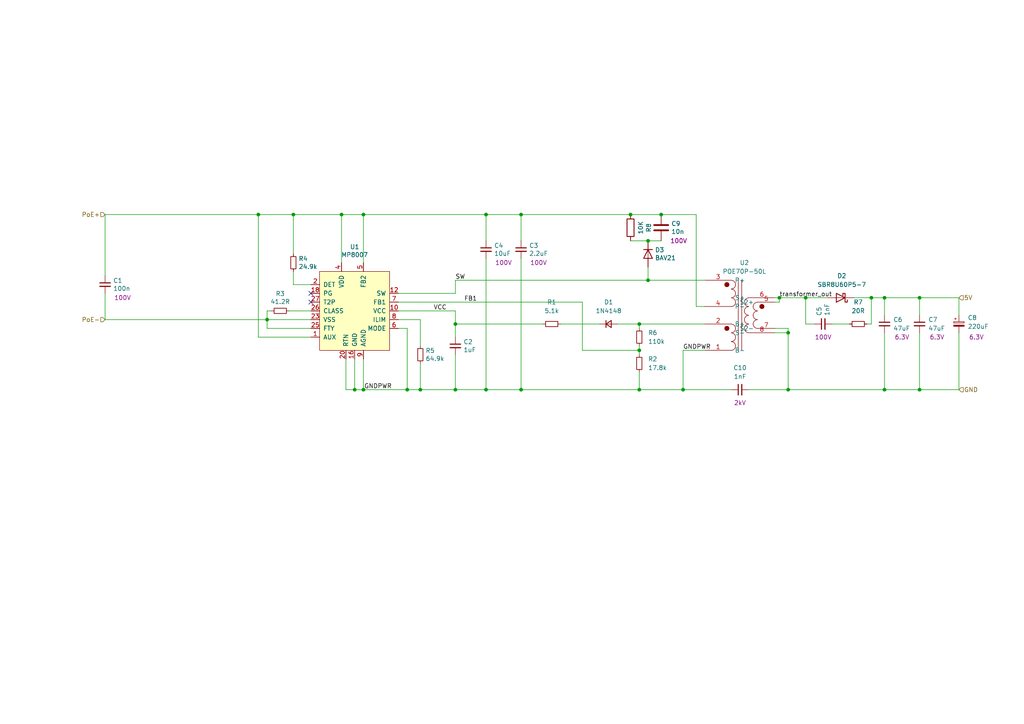
<source format=kicad_sch>
(kicad_sch (version 20211123) (generator eeschema)

  (uuid da469d11-a8a4-414b-9449-d151eeaf4853)

  (paper "A4")

  (lib_symbols
    (symbol "Device:C" (pin_numbers hide) (pin_names (offset 0.254)) (in_bom yes) (on_board yes)
      (property "Reference" "C" (id 0) (at 0.635 2.54 0)
        (effects (font (size 1.27 1.27)) (justify left))
      )
      (property "Value" "C" (id 1) (at 0.635 -2.54 0)
        (effects (font (size 1.27 1.27)) (justify left))
      )
      (property "Footprint" "" (id 2) (at 0.9652 -3.81 0)
        (effects (font (size 1.27 1.27)) hide)
      )
      (property "Datasheet" "~" (id 3) (at 0 0 0)
        (effects (font (size 1.27 1.27)) hide)
      )
      (property "ki_keywords" "cap capacitor" (id 4) (at 0 0 0)
        (effects (font (size 1.27 1.27)) hide)
      )
      (property "ki_description" "Unpolarized capacitor" (id 5) (at 0 0 0)
        (effects (font (size 1.27 1.27)) hide)
      )
      (property "ki_fp_filters" "C_*" (id 6) (at 0 0 0)
        (effects (font (size 1.27 1.27)) hide)
      )
      (symbol "C_0_1"
        (polyline
          (pts
            (xy -2.032 -0.762)
            (xy 2.032 -0.762)
          )
          (stroke (width 0.508) (type default) (color 0 0 0 0))
          (fill (type none))
        )
        (polyline
          (pts
            (xy -2.032 0.762)
            (xy 2.032 0.762)
          )
          (stroke (width 0.508) (type default) (color 0 0 0 0))
          (fill (type none))
        )
      )
      (symbol "C_1_1"
        (pin passive line (at 0 3.81 270) (length 2.794)
          (name "~" (effects (font (size 1.27 1.27))))
          (number "1" (effects (font (size 1.27 1.27))))
        )
        (pin passive line (at 0 -3.81 90) (length 2.794)
          (name "~" (effects (font (size 1.27 1.27))))
          (number "2" (effects (font (size 1.27 1.27))))
        )
      )
    )
    (symbol "Device:C_Polarized_Small" (pin_numbers hide) (pin_names (offset 0.254) hide) (in_bom yes) (on_board yes)
      (property "Reference" "C" (id 0) (at 0.254 1.778 0)
        (effects (font (size 1.27 1.27)) (justify left))
      )
      (property "Value" "C_Polarized_Small" (id 1) (at 0.254 -2.032 0)
        (effects (font (size 1.27 1.27)) (justify left))
      )
      (property "Footprint" "" (id 2) (at 0 0 0)
        (effects (font (size 1.27 1.27)) hide)
      )
      (property "Datasheet" "~" (id 3) (at 0 0 0)
        (effects (font (size 1.27 1.27)) hide)
      )
      (property "ki_keywords" "cap capacitor" (id 4) (at 0 0 0)
        (effects (font (size 1.27 1.27)) hide)
      )
      (property "ki_description" "Polarized capacitor, small symbol" (id 5) (at 0 0 0)
        (effects (font (size 1.27 1.27)) hide)
      )
      (property "ki_fp_filters" "CP_*" (id 6) (at 0 0 0)
        (effects (font (size 1.27 1.27)) hide)
      )
      (symbol "C_Polarized_Small_0_1"
        (rectangle (start -1.524 -0.3048) (end 1.524 -0.6858)
          (stroke (width 0) (type default) (color 0 0 0 0))
          (fill (type outline))
        )
        (rectangle (start -1.524 0.6858) (end 1.524 0.3048)
          (stroke (width 0) (type default) (color 0 0 0 0))
          (fill (type none))
        )
        (polyline
          (pts
            (xy -1.27 1.524)
            (xy -0.762 1.524)
          )
          (stroke (width 0) (type default) (color 0 0 0 0))
          (fill (type none))
        )
        (polyline
          (pts
            (xy -1.016 1.27)
            (xy -1.016 1.778)
          )
          (stroke (width 0) (type default) (color 0 0 0 0))
          (fill (type none))
        )
      )
      (symbol "C_Polarized_Small_1_1"
        (pin passive line (at 0 2.54 270) (length 1.8542)
          (name "~" (effects (font (size 1.27 1.27))))
          (number "1" (effects (font (size 1.27 1.27))))
        )
        (pin passive line (at 0 -2.54 90) (length 1.8542)
          (name "~" (effects (font (size 1.27 1.27))))
          (number "2" (effects (font (size 1.27 1.27))))
        )
      )
    )
    (symbol "Device:C_Small" (pin_numbers hide) (pin_names (offset 0.254) hide) (in_bom yes) (on_board yes)
      (property "Reference" "C" (id 0) (at 0.254 1.778 0)
        (effects (font (size 1.27 1.27)) (justify left))
      )
      (property "Value" "C_Small" (id 1) (at 0.254 -2.032 0)
        (effects (font (size 1.27 1.27)) (justify left))
      )
      (property "Footprint" "" (id 2) (at 0 0 0)
        (effects (font (size 1.27 1.27)) hide)
      )
      (property "Datasheet" "~" (id 3) (at 0 0 0)
        (effects (font (size 1.27 1.27)) hide)
      )
      (property "ki_keywords" "capacitor cap" (id 4) (at 0 0 0)
        (effects (font (size 1.27 1.27)) hide)
      )
      (property "ki_description" "Unpolarized capacitor, small symbol" (id 5) (at 0 0 0)
        (effects (font (size 1.27 1.27)) hide)
      )
      (property "ki_fp_filters" "C_*" (id 6) (at 0 0 0)
        (effects (font (size 1.27 1.27)) hide)
      )
      (symbol "C_Small_0_1"
        (polyline
          (pts
            (xy -1.524 -0.508)
            (xy 1.524 -0.508)
          )
          (stroke (width 0.3302) (type default) (color 0 0 0 0))
          (fill (type none))
        )
        (polyline
          (pts
            (xy -1.524 0.508)
            (xy 1.524 0.508)
          )
          (stroke (width 0.3048) (type default) (color 0 0 0 0))
          (fill (type none))
        )
      )
      (symbol "C_Small_1_1"
        (pin passive line (at 0 2.54 270) (length 2.032)
          (name "~" (effects (font (size 1.27 1.27))))
          (number "1" (effects (font (size 1.27 1.27))))
        )
        (pin passive line (at 0 -2.54 90) (length 2.032)
          (name "~" (effects (font (size 1.27 1.27))))
          (number "2" (effects (font (size 1.27 1.27))))
        )
      )
    )
    (symbol "Device:D" (pin_numbers hide) (pin_names (offset 1.016) hide) (in_bom yes) (on_board yes)
      (property "Reference" "D" (id 0) (at 0 2.54 0)
        (effects (font (size 1.27 1.27)))
      )
      (property "Value" "D" (id 1) (at 0 -2.54 0)
        (effects (font (size 1.27 1.27)))
      )
      (property "Footprint" "" (id 2) (at 0 0 0)
        (effects (font (size 1.27 1.27)) hide)
      )
      (property "Datasheet" "~" (id 3) (at 0 0 0)
        (effects (font (size 1.27 1.27)) hide)
      )
      (property "ki_keywords" "diode" (id 4) (at 0 0 0)
        (effects (font (size 1.27 1.27)) hide)
      )
      (property "ki_description" "Diode" (id 5) (at 0 0 0)
        (effects (font (size 1.27 1.27)) hide)
      )
      (property "ki_fp_filters" "TO-???* *_Diode_* *SingleDiode* D_*" (id 6) (at 0 0 0)
        (effects (font (size 1.27 1.27)) hide)
      )
      (symbol "D_0_1"
        (polyline
          (pts
            (xy -1.27 1.27)
            (xy -1.27 -1.27)
          )
          (stroke (width 0.254) (type default) (color 0 0 0 0))
          (fill (type none))
        )
        (polyline
          (pts
            (xy 1.27 0)
            (xy -1.27 0)
          )
          (stroke (width 0) (type default) (color 0 0 0 0))
          (fill (type none))
        )
        (polyline
          (pts
            (xy 1.27 1.27)
            (xy 1.27 -1.27)
            (xy -1.27 0)
            (xy 1.27 1.27)
          )
          (stroke (width 0.254) (type default) (color 0 0 0 0))
          (fill (type none))
        )
      )
      (symbol "D_1_1"
        (pin passive line (at -3.81 0 0) (length 2.54)
          (name "K" (effects (font (size 1.27 1.27))))
          (number "1" (effects (font (size 1.27 1.27))))
        )
        (pin passive line (at 3.81 0 180) (length 2.54)
          (name "A" (effects (font (size 1.27 1.27))))
          (number "2" (effects (font (size 1.27 1.27))))
        )
      )
    )
    (symbol "Device:D_Schottky" (pin_numbers hide) (pin_names (offset 1.016) hide) (in_bom yes) (on_board yes)
      (property "Reference" "D" (id 0) (at 0 2.54 0)
        (effects (font (size 1.27 1.27)))
      )
      (property "Value" "D_Schottky" (id 1) (at 0 -2.54 0)
        (effects (font (size 1.27 1.27)))
      )
      (property "Footprint" "" (id 2) (at 0 0 0)
        (effects (font (size 1.27 1.27)) hide)
      )
      (property "Datasheet" "~" (id 3) (at 0 0 0)
        (effects (font (size 1.27 1.27)) hide)
      )
      (property "ki_keywords" "diode Schottky" (id 4) (at 0 0 0)
        (effects (font (size 1.27 1.27)) hide)
      )
      (property "ki_description" "Schottky diode" (id 5) (at 0 0 0)
        (effects (font (size 1.27 1.27)) hide)
      )
      (property "ki_fp_filters" "TO-???* *_Diode_* *SingleDiode* D_*" (id 6) (at 0 0 0)
        (effects (font (size 1.27 1.27)) hide)
      )
      (symbol "D_Schottky_0_1"
        (polyline
          (pts
            (xy 1.27 0)
            (xy -1.27 0)
          )
          (stroke (width 0) (type default) (color 0 0 0 0))
          (fill (type none))
        )
        (polyline
          (pts
            (xy 1.27 1.27)
            (xy 1.27 -1.27)
            (xy -1.27 0)
            (xy 1.27 1.27)
          )
          (stroke (width 0.254) (type default) (color 0 0 0 0))
          (fill (type none))
        )
        (polyline
          (pts
            (xy -1.905 0.635)
            (xy -1.905 1.27)
            (xy -1.27 1.27)
            (xy -1.27 -1.27)
            (xy -0.635 -1.27)
            (xy -0.635 -0.635)
          )
          (stroke (width 0.254) (type default) (color 0 0 0 0))
          (fill (type none))
        )
      )
      (symbol "D_Schottky_1_1"
        (pin passive line (at -3.81 0 0) (length 2.54)
          (name "K" (effects (font (size 1.27 1.27))))
          (number "1" (effects (font (size 1.27 1.27))))
        )
        (pin passive line (at 3.81 0 180) (length 2.54)
          (name "A" (effects (font (size 1.27 1.27))))
          (number "2" (effects (font (size 1.27 1.27))))
        )
      )
    )
    (symbol "Device:D_Small" (pin_numbers hide) (pin_names (offset 0.254) hide) (in_bom yes) (on_board yes)
      (property "Reference" "D" (id 0) (at -1.27 2.032 0)
        (effects (font (size 1.27 1.27)) (justify left))
      )
      (property "Value" "D_Small" (id 1) (at -3.81 -2.032 0)
        (effects (font (size 1.27 1.27)) (justify left))
      )
      (property "Footprint" "" (id 2) (at 0 0 90)
        (effects (font (size 1.27 1.27)) hide)
      )
      (property "Datasheet" "~" (id 3) (at 0 0 90)
        (effects (font (size 1.27 1.27)) hide)
      )
      (property "ki_keywords" "diode" (id 4) (at 0 0 0)
        (effects (font (size 1.27 1.27)) hide)
      )
      (property "ki_description" "Diode, small symbol" (id 5) (at 0 0 0)
        (effects (font (size 1.27 1.27)) hide)
      )
      (property "ki_fp_filters" "TO-???* *_Diode_* *SingleDiode* D_*" (id 6) (at 0 0 0)
        (effects (font (size 1.27 1.27)) hide)
      )
      (symbol "D_Small_0_1"
        (polyline
          (pts
            (xy -0.762 -1.016)
            (xy -0.762 1.016)
          )
          (stroke (width 0.254) (type default) (color 0 0 0 0))
          (fill (type none))
        )
        (polyline
          (pts
            (xy -0.762 0)
            (xy 0.762 0)
          )
          (stroke (width 0) (type default) (color 0 0 0 0))
          (fill (type none))
        )
        (polyline
          (pts
            (xy 0.762 -1.016)
            (xy -0.762 0)
            (xy 0.762 1.016)
            (xy 0.762 -1.016)
          )
          (stroke (width 0.254) (type default) (color 0 0 0 0))
          (fill (type none))
        )
      )
      (symbol "D_Small_1_1"
        (pin passive line (at -2.54 0 0) (length 1.778)
          (name "K" (effects (font (size 1.27 1.27))))
          (number "1" (effects (font (size 1.27 1.27))))
        )
        (pin passive line (at 2.54 0 180) (length 1.778)
          (name "A" (effects (font (size 1.27 1.27))))
          (number "2" (effects (font (size 1.27 1.27))))
        )
      )
    )
    (symbol "Device:R" (pin_numbers hide) (pin_names (offset 0)) (in_bom yes) (on_board yes)
      (property "Reference" "R" (id 0) (at 2.032 0 90)
        (effects (font (size 1.27 1.27)))
      )
      (property "Value" "R" (id 1) (at 0 0 90)
        (effects (font (size 1.27 1.27)))
      )
      (property "Footprint" "" (id 2) (at -1.778 0 90)
        (effects (font (size 1.27 1.27)) hide)
      )
      (property "Datasheet" "~" (id 3) (at 0 0 0)
        (effects (font (size 1.27 1.27)) hide)
      )
      (property "ki_keywords" "R res resistor" (id 4) (at 0 0 0)
        (effects (font (size 1.27 1.27)) hide)
      )
      (property "ki_description" "Resistor" (id 5) (at 0 0 0)
        (effects (font (size 1.27 1.27)) hide)
      )
      (property "ki_fp_filters" "R_*" (id 6) (at 0 0 0)
        (effects (font (size 1.27 1.27)) hide)
      )
      (symbol "R_0_1"
        (rectangle (start -1.016 -2.54) (end 1.016 2.54)
          (stroke (width 0.254) (type default) (color 0 0 0 0))
          (fill (type none))
        )
      )
      (symbol "R_1_1"
        (pin passive line (at 0 3.81 270) (length 1.27)
          (name "~" (effects (font (size 1.27 1.27))))
          (number "1" (effects (font (size 1.27 1.27))))
        )
        (pin passive line (at 0 -3.81 90) (length 1.27)
          (name "~" (effects (font (size 1.27 1.27))))
          (number "2" (effects (font (size 1.27 1.27))))
        )
      )
    )
    (symbol "Device:R_Small" (pin_numbers hide) (pin_names (offset 0.254) hide) (in_bom yes) (on_board yes)
      (property "Reference" "R" (id 0) (at 0.762 0.508 0)
        (effects (font (size 1.27 1.27)) (justify left))
      )
      (property "Value" "R_Small" (id 1) (at 0.762 -1.016 0)
        (effects (font (size 1.27 1.27)) (justify left))
      )
      (property "Footprint" "" (id 2) (at 0 0 0)
        (effects (font (size 1.27 1.27)) hide)
      )
      (property "Datasheet" "~" (id 3) (at 0 0 0)
        (effects (font (size 1.27 1.27)) hide)
      )
      (property "ki_keywords" "R resistor" (id 4) (at 0 0 0)
        (effects (font (size 1.27 1.27)) hide)
      )
      (property "ki_description" "Resistor, small symbol" (id 5) (at 0 0 0)
        (effects (font (size 1.27 1.27)) hide)
      )
      (property "ki_fp_filters" "R_*" (id 6) (at 0 0 0)
        (effects (font (size 1.27 1.27)) hide)
      )
      (symbol "R_Small_0_1"
        (rectangle (start -0.762 1.778) (end 0.762 -1.778)
          (stroke (width 0.2032) (type default) (color 0 0 0 0))
          (fill (type none))
        )
      )
      (symbol "R_Small_1_1"
        (pin passive line (at 0 2.54 270) (length 0.762)
          (name "~" (effects (font (size 1.27 1.27))))
          (number "1" (effects (font (size 1.27 1.27))))
        )
        (pin passive line (at 0 -2.54 90) (length 0.762)
          (name "~" (effects (font (size 1.27 1.27))))
          (number "2" (effects (font (size 1.27 1.27))))
        )
      )
    )
    (symbol "local:MP8007" (pin_names (offset 1.016)) (in_bom yes) (on_board yes)
      (property "Reference" "U" (id 0) (at -5.08 11.43 0)
        (effects (font (size 1.27 1.27)))
      )
      (property "Value" "MP8007" (id 1) (at -1.27 -13.97 0)
        (effects (font (size 1.27 1.27)))
      )
      (property "Footprint" "" (id 2) (at -5.08 11.43 0)
        (effects (font (size 1.27 1.27)) hide)
      )
      (property "Datasheet" "" (id 3) (at -5.08 11.43 0)
        (effects (font (size 1.27 1.27)) hide)
      )
      (symbol "MP8007_0_1"
        (rectangle (start -6.35 10.16) (end 13.97 -12.7)
          (stroke (width 0) (type default) (color 0 0 0 0))
          (fill (type background))
        )
      )
      (symbol "MP8007_1_1"
        (pin input line (at -8.89 -8.89 0) (length 2.54)
          (name "AUX" (effects (font (size 1.27 1.27))))
          (number "1" (effects (font (size 1.27 1.27))))
        )
        (pin input line (at 16.51 -1.27 180) (length 2.54)
          (name "VCC" (effects (font (size 1.27 1.27))))
          (number "10" (effects (font (size 1.27 1.27))))
        )
        (pin input line (at 16.51 3.81 180) (length 2.54)
          (name "SW" (effects (font (size 1.27 1.27))))
          (number "12" (effects (font (size 1.27 1.27))))
        )
        (pin input line (at 16.51 3.81 180) (length 2.54) hide
          (name "~" (effects (font (size 1.27 1.27))))
          (number "13" (effects (font (size 1.27 1.27))))
        )
        (pin input line (at 6.35 -15.24 90) (length 2.54) hide
          (name "NC" (effects (font (size 1.27 1.27))))
          (number "14" (effects (font (size 1.27 1.27))))
        )
        (pin input line (at 6.35 -15.24 90) (length 2.54) hide
          (name "NC" (effects (font (size 1.27 1.27))))
          (number "15" (effects (font (size 1.27 1.27))))
        )
        (pin input line (at 3.81 -15.24 90) (length 2.54)
          (name "GND" (effects (font (size 1.27 1.27))))
          (number "16" (effects (font (size 1.27 1.27))))
        )
        (pin input line (at 3.81 -15.24 90) (length 2.54) hide
          (name "~" (effects (font (size 1.27 1.27))))
          (number "17" (effects (font (size 1.27 1.27))))
        )
        (pin input line (at -8.89 3.81 0) (length 2.54)
          (name "PG" (effects (font (size 1.27 1.27))))
          (number "18" (effects (font (size 1.27 1.27))))
        )
        (pin input line (at 6.35 -15.24 90) (length 2.54) hide
          (name "NC" (effects (font (size 1.27 1.27))))
          (number "19" (effects (font (size 1.27 1.27))))
        )
        (pin input line (at -8.89 6.35 0) (length 2.54)
          (name "DET" (effects (font (size 1.27 1.27))))
          (number "2" (effects (font (size 1.27 1.27))))
        )
        (pin input line (at 1.27 -15.24 90) (length 2.54)
          (name "RTN" (effects (font (size 1.27 1.27))))
          (number "20" (effects (font (size 1.27 1.27))))
        )
        (pin input line (at 1.27 -15.24 90) (length 2.54) hide
          (name "~" (effects (font (size 1.27 1.27))))
          (number "21" (effects (font (size 1.27 1.27))))
        )
        (pin input line (at 6.35 -15.24 90) (length 2.54) hide
          (name "NC" (effects (font (size 1.27 1.27))))
          (number "22" (effects (font (size 1.27 1.27))))
        )
        (pin input line (at -8.89 -3.81 0) (length 2.54)
          (name "VSS" (effects (font (size 1.27 1.27))))
          (number "23" (effects (font (size 1.27 1.27))))
        )
        (pin input line (at -8.89 -3.81 0) (length 2.54) hide
          (name "~" (effects (font (size 1.27 1.27))))
          (number "24" (effects (font (size 1.27 1.27))))
        )
        (pin input line (at -8.89 -6.35 0) (length 2.54)
          (name "FTY" (effects (font (size 1.27 1.27))))
          (number "25" (effects (font (size 1.27 1.27))))
        )
        (pin input line (at -8.89 -1.27 0) (length 2.54)
          (name "CLASS" (effects (font (size 1.27 1.27))))
          (number "26" (effects (font (size 1.27 1.27))))
        )
        (pin input line (at -8.89 1.27 0) (length 2.54)
          (name "T2P" (effects (font (size 1.27 1.27))))
          (number "27" (effects (font (size 1.27 1.27))))
        )
        (pin input line (at 3.81 -15.24 90) (length 2.54) hide
          (name "GND" (effects (font (size 1.27 1.27))))
          (number "29" (effects (font (size 1.27 1.27))))
        )
        (pin input line (at 0 12.7 270) (length 2.54)
          (name "VDD" (effects (font (size 1.27 1.27))))
          (number "4" (effects (font (size 1.27 1.27))))
        )
        (pin input line (at 6.35 12.7 270) (length 2.54)
          (name "FB2" (effects (font (size 1.27 1.27))))
          (number "5" (effects (font (size 1.27 1.27))))
        )
        (pin input line (at 16.51 -6.35 180) (length 2.54)
          (name "MODE" (effects (font (size 1.27 1.27))))
          (number "6" (effects (font (size 1.27 1.27))))
        )
        (pin input line (at 16.51 1.27 180) (length 2.54)
          (name "FB1" (effects (font (size 1.27 1.27))))
          (number "7" (effects (font (size 1.27 1.27))))
        )
        (pin input line (at 16.51 -3.81 180) (length 2.54)
          (name "ILIM" (effects (font (size 1.27 1.27))))
          (number "8" (effects (font (size 1.27 1.27))))
        )
        (pin input line (at 6.35 -15.24 90) (length 2.54)
          (name "AGND" (effects (font (size 1.27 1.27))))
          (number "9" (effects (font (size 1.27 1.27))))
        )
      )
    )
    (symbol "local:POE70P-50L" (pin_names (offset 1.016)) (in_bom yes) (on_board yes)
      (property "Reference" "U" (id 0) (at 0 0 0)
        (effects (font (size 1.27 1.27)))
      )
      (property "Value" "POE70P-50L" (id 1) (at 0 12.7 0)
        (effects (font (size 1.27 1.27)))
      )
      (property "Footprint" "" (id 2) (at 0 0 0)
        (effects (font (size 1.27 1.27)) hide)
      )
      (property "Datasheet" "" (id 3) (at 0 0 0)
        (effects (font (size 1.27 1.27)) hide)
      )
      (symbol "POE70P-50L_0_1"
        (circle (center -3.81 -3.81) (radius 0.635)
          (stroke (width 0) (type default) (color 0 0 0 0))
          (fill (type outline))
        )
        (circle (center -3.81 8.89) (radius 0.635)
          (stroke (width 0) (type default) (color 0 0 0 0))
          (fill (type outline))
        )
        (circle (center 6.35 2.54) (radius 0.635)
          (stroke (width 0) (type default) (color 0 0 0 0))
          (fill (type outline))
        )
      )
      (symbol "POE70P-50L_1_1"
        (arc (start -2.54 -10.16) (mid -1.642 -9.788) (end -1.2954 -8.89)
          (stroke (width 0) (type default) (color 0 0 0 0))
          (fill (type none))
        )
        (arc (start -2.54 -7.62) (mid -1.642 -7.248) (end -1.2954 -6.35)
          (stroke (width 0) (type default) (color 0 0 0 0))
          (fill (type none))
        )
        (arc (start -2.54 -5.08) (mid -1.642 -4.708) (end -1.2954 -3.81)
          (stroke (width 0) (type default) (color 0 0 0 0))
          (fill (type none))
        )
        (arc (start -2.54 2.54) (mid -1.642 2.912) (end -1.2954 3.81)
          (stroke (width 0) (type default) (color 0 0 0 0))
          (fill (type none))
        )
        (arc (start -2.54 5.08) (mid -1.642 5.452) (end -1.2954 6.35)
          (stroke (width 0) (type default) (color 0 0 0 0))
          (fill (type none))
        )
        (arc (start -2.54 7.62) (mid -1.642 7.992) (end -1.2954 8.89)
          (stroke (width 0) (type default) (color 0 0 0 0))
          (fill (type none))
        )
        (arc (start -1.2954 -8.89) (mid -1.6599 -8.0099) (end -2.54 -7.6454)
          (stroke (width 0) (type default) (color 0 0 0 0))
          (fill (type none))
        )
        (arc (start -1.2954 -6.35) (mid -1.6599 -5.4699) (end -2.54 -5.1054)
          (stroke (width 0) (type default) (color 0 0 0 0))
          (fill (type none))
        )
        (arc (start -1.2954 -3.81) (mid -1.6599 -2.9299) (end -2.54 -2.5654)
          (stroke (width 0) (type default) (color 0 0 0 0))
          (fill (type none))
        )
        (arc (start -1.2954 3.81) (mid -1.6599 4.6901) (end -2.54 5.0546)
          (stroke (width 0) (type default) (color 0 0 0 0))
          (fill (type none))
        )
        (arc (start -1.2954 6.35) (mid -1.6599 7.2301) (end -2.54 7.5946)
          (stroke (width 0) (type default) (color 0 0 0 0))
          (fill (type none))
        )
        (arc (start -1.2954 8.89) (mid -1.6599 9.7701) (end -2.54 10.1346)
          (stroke (width 0) (type default) (color 0 0 0 0))
          (fill (type none))
        )
        (polyline
          (pts
            (xy -0.508 -10.16)
            (xy -0.508 10.16)
          )
          (stroke (width 0) (type default) (color 0 0 0 0))
          (fill (type none))
        )
        (polyline
          (pts
            (xy 0.508 10.16)
            (xy 0.508 -10.16)
          )
          (stroke (width 0) (type default) (color 0 0 0 0))
          (fill (type none))
        )
        (arc (start 1.27 -3.81) (mid 1.642 -4.708) (end 2.54 -5.08)
          (stroke (width 0) (type default) (color 0 0 0 0))
          (fill (type none))
        )
        (arc (start 1.27 -1.27) (mid 1.642 -2.168) (end 2.54 -2.54)
          (stroke (width 0) (type default) (color 0 0 0 0))
          (fill (type none))
        )
        (arc (start 1.27 1.27) (mid 1.642 0.372) (end 2.54 0)
          (stroke (width 0) (type default) (color 0 0 0 0))
          (fill (type none))
        )
        (arc (start 1.27 3.81) (mid 1.642 2.912) (end 2.54 2.54)
          (stroke (width 0) (type default) (color 0 0 0 0))
          (fill (type none))
        )
        (arc (start 2.54 -2.5654) (mid 1.6599 -2.9299) (end 1.27 -3.81)
          (stroke (width 0) (type default) (color 0 0 0 0))
          (fill (type none))
        )
        (arc (start 2.54 -0.0254) (mid 1.6599 -0.3899) (end 1.27 -1.27)
          (stroke (width 0) (type default) (color 0 0 0 0))
          (fill (type none))
        )
        (arc (start 2.54 2.5146) (mid 1.6599 2.1501) (end 1.27 1.27)
          (stroke (width 0) (type default) (color 0 0 0 0))
          (fill (type none))
        )
        (arc (start 2.54 5.0546) (mid 1.6599 4.6901) (end 1.27 3.81)
          (stroke (width 0) (type default) (color 0 0 0 0))
          (fill (type none))
        )
        (arc (start 3.81 -2.54) (mid 4.182 -3.438) (end 5.08 -3.81)
          (stroke (width 0) (type default) (color 0 0 0 0))
          (fill (type none))
        )
        (arc (start 3.81 0) (mid 4.182 -0.898) (end 5.08 -1.27)
          (stroke (width 0) (type default) (color 0 0 0 0))
          (fill (type none))
        )
        (arc (start 3.81 2.54) (mid 4.182 1.642) (end 5.08 1.27)
          (stroke (width 0) (type default) (color 0 0 0 0))
          (fill (type none))
        )
        (arc (start 5.08 -1.2954) (mid 4.1999 -1.6599) (end 3.81 -2.54)
          (stroke (width 0) (type default) (color 0 0 0 0))
          (fill (type none))
        )
        (arc (start 5.08 1.2446) (mid 4.1999 0.8801) (end 3.81 0)
          (stroke (width 0) (type default) (color 0 0 0 0))
          (fill (type none))
        )
        (arc (start 5.08 3.7846) (mid 4.1999 3.4201) (end 3.81 2.54)
          (stroke (width 0) (type default) (color 0 0 0 0))
          (fill (type none))
        )
        (pin passive line (at -10.16 -10.16 0) (length 7.62)
          (name "B-" (effects (font (size 1.27 1.27))))
          (number "1" (effects (font (size 1.27 1.27))))
        )
        (pin passive line (at -10.16 -2.54 0) (length 7.62)
          (name "B+" (effects (font (size 1.27 1.27))))
          (number "2" (effects (font (size 1.27 1.27))))
        )
        (pin passive line (at -10.16 10.16 0) (length 7.62)
          (name "P+" (effects (font (size 1.27 1.27))))
          (number "3" (effects (font (size 1.27 1.27))))
        )
        (pin passive line (at -10.16 2.54 0) (length 7.62)
          (name "P-" (effects (font (size 1.27 1.27))))
          (number "4" (effects (font (size 1.27 1.27))))
        )
        (pin passive line (at 10.16 3.81 180) (length 5.08)
          (name "S2+" (effects (font (size 1.27 1.27))))
          (number "5" (effects (font (size 1.27 1.27))))
        )
        (pin passive line (at 10.16 5.08 180) (length 7.62)
          (name "S+" (effects (font (size 1.27 1.27))))
          (number "6" (effects (font (size 1.27 1.27))))
        )
        (pin passive line (at 10.16 -3.81 180) (length 5.08)
          (name "S2-" (effects (font (size 1.27 1.27))))
          (number "7" (effects (font (size 1.27 1.27))))
        )
        (pin passive line (at 10.16 -5.08 180) (length 7.62)
          (name "S-" (effects (font (size 1.27 1.27))))
          (number "8" (effects (font (size 1.27 1.27))))
        )
      )
    )
  )

  (junction (at 85.09 62.23) (diameter 0) (color 0 0 0 0)
    (uuid 037da714-6377-43de-b800-13334e7b059e)
  )
  (junction (at 266.7 86.36) (diameter 0) (color 0 0 0 0)
    (uuid 0b0abc08-6100-46e6-85b1-ee3143655a31)
  )
  (junction (at 256.54 113.03) (diameter 0) (color 0 0 0 0)
    (uuid 0ee74bcc-dfb1-4ca5-9147-e45f5cc580f6)
  )
  (junction (at 151.13 113.03) (diameter 0) (color 0 0 0 0)
    (uuid 105435fb-f3bc-4f85-9b68-5b4281922682)
  )
  (junction (at 102.87 113.03) (diameter 0) (color 0 0 0 0)
    (uuid 181abe7a-f941-42b6-bd46-aaa3131f90fb)
  )
  (junction (at 198.12 113.03) (diameter 0) (color 0 0 0 0)
    (uuid 2b215616-4c0a-44f8-99aa-f7a0797d97d4)
  )
  (junction (at 77.47 92.71) (diameter 0) (color 0 0 0 0)
    (uuid 354dddb6-87e4-4569-bdd9-a807594b36d9)
  )
  (junction (at 118.11 113.03) (diameter 0) (color 0 0 0 0)
    (uuid 3b743e62-1336-4f91-ad6f-7e0cc25a2097)
  )
  (junction (at 228.6 113.03) (diameter 0) (color 0 0 0 0)
    (uuid 5cd52bc7-9742-4c21-ab94-673b5aeda239)
  )
  (junction (at 74.93 62.23) (diameter 0) (color 0 0 0 0)
    (uuid 6ba1766b-320f-4ae0-8c42-0e0159e9c7d9)
  )
  (junction (at 151.13 62.23) (diameter 0) (color 0 0 0 0)
    (uuid 6bb02028-f398-4fe4-996f-ab7518203770)
  )
  (junction (at 132.08 93.98) (diameter 0) (color 0 0 0 0)
    (uuid 6c11bf6b-90c7-4bb6-b85f-98af6160f8f1)
  )
  (junction (at 185.42 93.98) (diameter 0) (color 0 0 0 0)
    (uuid 6ea89f30-81f1-422f-8c5d-d9934ac6ffc4)
  )
  (junction (at 140.97 113.03) (diameter 0) (color 0 0 0 0)
    (uuid 6ecd899a-4078-4d05-b8d3-e3dc6d9ec384)
  )
  (junction (at 187.96 69.85) (diameter 0) (color 0 0 0 0)
    (uuid 72fe448c-cdf4-4fe6-8911-0f312e324d58)
  )
  (junction (at 105.41 62.23) (diameter 0) (color 0 0 0 0)
    (uuid 74a224d2-be5f-4f04-87da-2e524cd27177)
  )
  (junction (at 185.42 101.6) (diameter 0) (color 0 0 0 0)
    (uuid 805e4af5-3a36-473a-921b-cdd3fa590ad3)
  )
  (junction (at 105.41 113.03) (diameter 0) (color 0 0 0 0)
    (uuid 8174b4de-74b1-48db-ab8e-c8432251095b)
  )
  (junction (at 132.08 113.03) (diameter 0) (color 0 0 0 0)
    (uuid 8df04265-7cfb-4b8e-b7ec-a8f232dc8d4f)
  )
  (junction (at 252.73 86.36) (diameter 0) (color 0 0 0 0)
    (uuid 90167279-bbe5-4158-83e5-a8e3dbac704a)
  )
  (junction (at 187.96 81.28) (diameter 0) (color 0 0 0 0)
    (uuid ac410acf-dd27-4d65-967a-4c57b06eec1f)
  )
  (junction (at 99.06 62.23) (diameter 0) (color 0 0 0 0)
    (uuid bad07f5a-5af7-4752-a8dd-473a97ebd895)
  )
  (junction (at 266.7 113.03) (diameter 0) (color 0 0 0 0)
    (uuid c0ed8980-90b4-4eb7-86e6-2fc295f87d54)
  )
  (junction (at 226.06 86.36) (diameter 0) (color 0 0 0 0)
    (uuid cf8378ac-71e9-4987-adac-47bcf77b0d75)
  )
  (junction (at 256.54 86.36) (diameter 0) (color 0 0 0 0)
    (uuid cfc4f8bc-b992-4e8b-9522-446e692bfe83)
  )
  (junction (at 233.68 86.36) (diameter 0) (color 0 0 0 0)
    (uuid d0f14f89-ae82-4972-96fe-6bc6cdd64e96)
  )
  (junction (at 228.6 96.52) (diameter 0) (color 0 0 0 0)
    (uuid d5485da4-1037-4ebf-8937-43bcb974d209)
  )
  (junction (at 121.92 113.03) (diameter 0) (color 0 0 0 0)
    (uuid da6d6227-142e-470c-b137-a069deb45683)
  )
  (junction (at 191.77 62.23) (diameter 0) (color 0 0 0 0)
    (uuid e4fade3d-a4d5-4a50-af19-cee1037abbee)
  )
  (junction (at 140.97 62.23) (diameter 0) (color 0 0 0 0)
    (uuid f27affac-a003-445c-9c01-857306b22529)
  )
  (junction (at 182.88 62.23) (diameter 0) (color 0 0 0 0)
    (uuid f9827ffd-cc55-46e3-9bae-af14f2d3ccd8)
  )
  (junction (at 185.42 113.03) (diameter 0) (color 0 0 0 0)
    (uuid f9b4916a-bf6e-4069-9098-eeac19179466)
  )

  (no_connect (at 90.17 85.09) (uuid 6a45789b-3855-401f-8139-3c734f7f52f9))
  (no_connect (at 90.17 87.63) (uuid b1086f75-01ba-4188-8d36-75a9e2828ca9))

  (wire (pts (xy 132.08 81.28) (xy 132.08 85.09))
    (stroke (width 0) (type default) (color 0 0 0 0))
    (uuid 02530b91-a67a-4d82-afe2-5e161a3d575c)
  )
  (wire (pts (xy 121.92 105.41) (xy 121.92 113.03))
    (stroke (width 0) (type default) (color 0 0 0 0))
    (uuid 0d508188-350a-40fc-9618-f9031c784e70)
  )
  (wire (pts (xy 102.87 104.14) (xy 102.87 113.03))
    (stroke (width 0) (type default) (color 0 0 0 0))
    (uuid 0eaa98f0-9565-4637-ace3-42a5231b07f7)
  )
  (wire (pts (xy 74.93 97.79) (xy 74.93 62.23))
    (stroke (width 0) (type default) (color 0 0 0 0))
    (uuid 0ec052cc-c4c8-4976-aebb-e6051620efb2)
  )
  (wire (pts (xy 132.08 90.17) (xy 115.57 90.17))
    (stroke (width 0) (type default) (color 0 0 0 0))
    (uuid 0ff6aa00-a660-4c2e-a614-b55c393a1aa2)
  )
  (wire (pts (xy 132.08 97.79) (xy 132.08 93.98))
    (stroke (width 0) (type default) (color 0 0 0 0))
    (uuid 149786ef-6b55-4ae0-9561-3ff7f5160dea)
  )
  (wire (pts (xy 233.68 86.36) (xy 240.03 86.36))
    (stroke (width 0) (type default) (color 0 0 0 0))
    (uuid 15db3692-84c6-4b5b-827f-be868c7896d3)
  )
  (wire (pts (xy 252.73 86.36) (xy 256.54 86.36))
    (stroke (width 0) (type default) (color 0 0 0 0))
    (uuid 17d972a8-e82c-42b4-ae40-4831af5c44e2)
  )
  (wire (pts (xy 185.42 101.6) (xy 185.42 102.87))
    (stroke (width 0) (type default) (color 0 0 0 0))
    (uuid 187398b5-9e9d-49cb-81c3-0ea44700e894)
  )
  (wire (pts (xy 162.56 93.98) (xy 173.99 93.98))
    (stroke (width 0) (type default) (color 0 0 0 0))
    (uuid 1942eb27-efea-4377-b7b0-3b1453747298)
  )
  (wire (pts (xy 256.54 86.36) (xy 266.7 86.36))
    (stroke (width 0) (type default) (color 0 0 0 0))
    (uuid 197a4931-c9f8-4a10-84c5-de2d62061ef3)
  )
  (wire (pts (xy 151.13 74.93) (xy 151.13 113.03))
    (stroke (width 0) (type default) (color 0 0 0 0))
    (uuid 1e1f18cb-e572-417e-a891-8c62c0ab5f62)
  )
  (wire (pts (xy 132.08 93.98) (xy 157.48 93.98))
    (stroke (width 0) (type default) (color 0 0 0 0))
    (uuid 1ec13e33-a0e1-4c7d-96bd-a7e1f3a91299)
  )
  (wire (pts (xy 187.96 81.28) (xy 204.47 81.28))
    (stroke (width 0) (type default) (color 0 0 0 0))
    (uuid 1f444927-649c-4085-8e03-b2e52d3304c8)
  )
  (wire (pts (xy 241.3 93.98) (xy 246.38 93.98))
    (stroke (width 0) (type default) (color 0 0 0 0))
    (uuid 24ae74de-90b1-4c74-b26c-2bc1b1d9631a)
  )
  (wire (pts (xy 201.93 62.23) (xy 201.93 88.9))
    (stroke (width 0) (type default) (color 0 0 0 0))
    (uuid 29224b48-1f29-49cf-919b-3ac34dd24145)
  )
  (wire (pts (xy 78.74 90.17) (xy 77.47 90.17))
    (stroke (width 0) (type default) (color 0 0 0 0))
    (uuid 2fd15c74-7cdb-44ca-be1c-a03f832c966a)
  )
  (wire (pts (xy 198.12 101.6) (xy 204.47 101.6))
    (stroke (width 0) (type default) (color 0 0 0 0))
    (uuid 33a6136f-966d-48cd-a842-e0e88159c1f2)
  )
  (wire (pts (xy 182.88 62.23) (xy 191.77 62.23))
    (stroke (width 0) (type default) (color 0 0 0 0))
    (uuid 34e5c616-5426-47e2-a9ef-a9481d59f598)
  )
  (wire (pts (xy 266.7 86.36) (xy 266.7 91.44))
    (stroke (width 0) (type default) (color 0 0 0 0))
    (uuid 379990d1-651c-4182-b1b1-a912b8b86e17)
  )
  (wire (pts (xy 77.47 95.25) (xy 77.47 92.71))
    (stroke (width 0) (type default) (color 0 0 0 0))
    (uuid 38c9ddc1-5754-4396-a419-2968e51fa41d)
  )
  (wire (pts (xy 74.93 62.23) (xy 85.09 62.23))
    (stroke (width 0) (type default) (color 0 0 0 0))
    (uuid 3b69d50b-d885-4489-8e3c-9dd0ec7e0bb4)
  )
  (wire (pts (xy 140.97 69.85) (xy 140.97 62.23))
    (stroke (width 0) (type default) (color 0 0 0 0))
    (uuid 3fb7e12c-6f2f-41ac-b1d8-77d5f63e833c)
  )
  (wire (pts (xy 99.06 62.23) (xy 99.06 76.2))
    (stroke (width 0) (type default) (color 0 0 0 0))
    (uuid 45baf2de-16f5-4fc4-ba32-41239cbce63d)
  )
  (wire (pts (xy 151.13 113.03) (xy 185.42 113.03))
    (stroke (width 0) (type default) (color 0 0 0 0))
    (uuid 463e5f12-2faf-4a83-8912-34d0a565ccf8)
  )
  (wire (pts (xy 233.68 86.36) (xy 233.68 93.98))
    (stroke (width 0) (type default) (color 0 0 0 0))
    (uuid 466a7a0e-f3ed-4606-ad95-2241e0cc05a2)
  )
  (wire (pts (xy 30.48 80.01) (xy 30.48 62.23))
    (stroke (width 0) (type default) (color 0 0 0 0))
    (uuid 47baf4b1-0938-497d-88f9-671136aa8be7)
  )
  (wire (pts (xy 256.54 113.03) (xy 266.7 113.03))
    (stroke (width 0) (type default) (color 0 0 0 0))
    (uuid 4d8db298-3e2f-4662-a36b-fbc097fc4e31)
  )
  (wire (pts (xy 115.57 92.71) (xy 121.92 92.71))
    (stroke (width 0) (type default) (color 0 0 0 0))
    (uuid 4d9b19e6-1617-4d78-befa-b8d7d9e8b20a)
  )
  (wire (pts (xy 151.13 62.23) (xy 182.88 62.23))
    (stroke (width 0) (type default) (color 0 0 0 0))
    (uuid 4f448ba7-90f6-4912-8bbc-961df47acded)
  )
  (wire (pts (xy 118.11 95.25) (xy 118.11 113.03))
    (stroke (width 0) (type default) (color 0 0 0 0))
    (uuid 53c610ea-bbb0-4aa7-9f13-43d7e8f0793f)
  )
  (wire (pts (xy 115.57 87.63) (xy 168.91 87.63))
    (stroke (width 0) (type default) (color 0 0 0 0))
    (uuid 5b2597e2-b905-4eb1-9ddf-25c1ad77c46d)
  )
  (wire (pts (xy 191.77 69.85) (xy 187.96 69.85))
    (stroke (width 0) (type default) (color 0 0 0 0))
    (uuid 5f488221-1241-4371-81d0-477ec65ef41e)
  )
  (wire (pts (xy 236.22 93.98) (xy 233.68 93.98))
    (stroke (width 0) (type default) (color 0 0 0 0))
    (uuid 5f4ee7bf-860e-4909-8e57-56028894697c)
  )
  (wire (pts (xy 224.79 95.25) (xy 228.6 95.25))
    (stroke (width 0) (type default) (color 0 0 0 0))
    (uuid 6271beb4-45b0-45f3-b964-6d937774bdfc)
  )
  (wire (pts (xy 266.7 86.36) (xy 278.13 86.36))
    (stroke (width 0) (type default) (color 0 0 0 0))
    (uuid 64d2e950-e620-4522-9268-20c8c733ec8a)
  )
  (wire (pts (xy 77.47 92.71) (xy 90.17 92.71))
    (stroke (width 0) (type default) (color 0 0 0 0))
    (uuid 66b551af-a8a4-4e80-a364-96621a6f2dcf)
  )
  (wire (pts (xy 74.93 97.79) (xy 90.17 97.79))
    (stroke (width 0) (type default) (color 0 0 0 0))
    (uuid 6afdf30c-c3b2-43ec-b150-c1289d254c96)
  )
  (wire (pts (xy 266.7 113.03) (xy 278.13 113.03))
    (stroke (width 0) (type default) (color 0 0 0 0))
    (uuid 6bc9d0df-d7cf-45b4-bf73-c9486be4d41b)
  )
  (wire (pts (xy 121.92 113.03) (xy 132.08 113.03))
    (stroke (width 0) (type default) (color 0 0 0 0))
    (uuid 6bf8048f-d357-4a43-9ff5-76b05e1334aa)
  )
  (wire (pts (xy 105.41 113.03) (xy 118.11 113.03))
    (stroke (width 0) (type default) (color 0 0 0 0))
    (uuid 6d26d68f-1ca7-4ff3-b058-272f1c399047)
  )
  (wire (pts (xy 247.65 86.36) (xy 252.73 86.36))
    (stroke (width 0) (type default) (color 0 0 0 0))
    (uuid 6ec48d7e-5356-44db-8023-b11c239912ce)
  )
  (wire (pts (xy 105.41 113.03) (xy 102.87 113.03))
    (stroke (width 0) (type default) (color 0 0 0 0))
    (uuid 704d6d51-bb34-4cbf-83d8-841e208048d8)
  )
  (wire (pts (xy 256.54 113.03) (xy 228.6 113.03))
    (stroke (width 0) (type default) (color 0 0 0 0))
    (uuid 7144ee8b-4d87-495f-9b87-4c1b1e66f581)
  )
  (wire (pts (xy 85.09 82.55) (xy 90.17 82.55))
    (stroke (width 0) (type default) (color 0 0 0 0))
    (uuid 7ad73043-4028-40e3-b3ce-fda9a9123210)
  )
  (wire (pts (xy 212.09 113.03) (xy 198.12 113.03))
    (stroke (width 0) (type default) (color 0 0 0 0))
    (uuid 8115d4cf-e236-48c3-9812-aa29d2c8ebc4)
  )
  (wire (pts (xy 121.92 92.71) (xy 121.92 100.33))
    (stroke (width 0) (type default) (color 0 0 0 0))
    (uuid 815e516a-62c4-4c33-b446-57e384855d20)
  )
  (wire (pts (xy 151.13 62.23) (xy 151.13 69.85))
    (stroke (width 0) (type default) (color 0 0 0 0))
    (uuid 83fef3cc-f1d5-4b46-a24d-d9fe77a4bcf9)
  )
  (wire (pts (xy 217.17 113.03) (xy 228.6 113.03))
    (stroke (width 0) (type default) (color 0 0 0 0))
    (uuid 85699ece-a982-4ca1-a225-d5d9debbfa3d)
  )
  (wire (pts (xy 77.47 90.17) (xy 77.47 92.71))
    (stroke (width 0) (type default) (color 0 0 0 0))
    (uuid 8901d308-7cef-4028-a858-c217497264ab)
  )
  (wire (pts (xy 30.48 62.23) (xy 74.93 62.23))
    (stroke (width 0) (type default) (color 0 0 0 0))
    (uuid 8a2be09a-d35b-46b1-b358-d4d32ba8a01f)
  )
  (wire (pts (xy 132.08 102.87) (xy 132.08 113.03))
    (stroke (width 0) (type default) (color 0 0 0 0))
    (uuid 8b3b6e42-30ae-4787-975f-1307bbc78122)
  )
  (wire (pts (xy 198.12 101.6) (xy 198.12 113.03))
    (stroke (width 0) (type default) (color 0 0 0 0))
    (uuid 912726a5-413b-4a44-8114-9235008b8037)
  )
  (wire (pts (xy 85.09 62.23) (xy 99.06 62.23))
    (stroke (width 0) (type default) (color 0 0 0 0))
    (uuid 9359f1ef-0a2a-4e32-bc86-657a042adcc4)
  )
  (wire (pts (xy 185.42 93.98) (xy 185.42 95.25))
    (stroke (width 0) (type default) (color 0 0 0 0))
    (uuid 950ff78c-92c7-48cf-93e9-4b251f5b2da9)
  )
  (wire (pts (xy 256.54 86.36) (xy 256.54 91.44))
    (stroke (width 0) (type default) (color 0 0 0 0))
    (uuid 95e38d10-9893-468d-98ca-2b04e3a24cb6)
  )
  (wire (pts (xy 252.73 86.36) (xy 252.73 93.98))
    (stroke (width 0) (type default) (color 0 0 0 0))
    (uuid 9b3a91da-8d45-4e96-858c-85aeea5053e7)
  )
  (wire (pts (xy 201.93 88.9) (xy 204.47 88.9))
    (stroke (width 0) (type default) (color 0 0 0 0))
    (uuid 9ff444f3-a727-46c1-8277-3134aa496b29)
  )
  (wire (pts (xy 140.97 74.93) (xy 140.97 113.03))
    (stroke (width 0) (type default) (color 0 0 0 0))
    (uuid a038e8db-a0bd-4c54-8046-1e39e8c551ff)
  )
  (wire (pts (xy 187.96 69.85) (xy 182.88 69.85))
    (stroke (width 0) (type default) (color 0 0 0 0))
    (uuid a1e12db2-c401-4ca9-9bde-5ff2d206bdf9)
  )
  (wire (pts (xy 115.57 85.09) (xy 132.08 85.09))
    (stroke (width 0) (type default) (color 0 0 0 0))
    (uuid a9898c04-66e3-4bbf-b91e-87f3e549cda5)
  )
  (wire (pts (xy 191.77 62.23) (xy 201.93 62.23))
    (stroke (width 0) (type default) (color 0 0 0 0))
    (uuid ac15b2e9-5ff6-4872-ad48-53236b8922a4)
  )
  (wire (pts (xy 185.42 113.03) (xy 198.12 113.03))
    (stroke (width 0) (type default) (color 0 0 0 0))
    (uuid ad8ed33e-1a47-449a-af6e-e352f4b40cfd)
  )
  (wire (pts (xy 278.13 96.52) (xy 278.13 113.03))
    (stroke (width 0) (type default) (color 0 0 0 0))
    (uuid ae50ba21-d3e9-408e-9637-853a8408fb49)
  )
  (wire (pts (xy 168.91 101.6) (xy 168.91 87.63))
    (stroke (width 0) (type default) (color 0 0 0 0))
    (uuid b0b1ac92-724e-44bd-a6f9-272b501b303b)
  )
  (wire (pts (xy 118.11 113.03) (xy 121.92 113.03))
    (stroke (width 0) (type default) (color 0 0 0 0))
    (uuid b2f1fbf6-4280-44ae-8a88-3f2c57e444ac)
  )
  (wire (pts (xy 85.09 62.23) (xy 85.09 73.66))
    (stroke (width 0) (type default) (color 0 0 0 0))
    (uuid b3a8f164-e331-49be-80e9-3278bd344ff1)
  )
  (wire (pts (xy 85.09 78.74) (xy 85.09 82.55))
    (stroke (width 0) (type default) (color 0 0 0 0))
    (uuid b4d442e0-cf9c-4294-9aa2-9680efd92684)
  )
  (wire (pts (xy 140.97 62.23) (xy 151.13 62.23))
    (stroke (width 0) (type default) (color 0 0 0 0))
    (uuid b4d598a9-0eba-4bfd-b368-388fd282501b)
  )
  (wire (pts (xy 105.41 62.23) (xy 105.41 76.2))
    (stroke (width 0) (type default) (color 0 0 0 0))
    (uuid b6760b41-ee5b-4a6e-99bc-5a7369056bca)
  )
  (wire (pts (xy 224.79 96.52) (xy 228.6 96.52))
    (stroke (width 0) (type default) (color 0 0 0 0))
    (uuid b90dd671-0ac9-4280-b145-64d2d97950a8)
  )
  (wire (pts (xy 30.48 92.71) (xy 77.47 92.71))
    (stroke (width 0) (type default) (color 0 0 0 0))
    (uuid bc303e17-65a2-4a1c-8e06-54dde90d2ab1)
  )
  (wire (pts (xy 185.42 100.33) (xy 185.42 101.6))
    (stroke (width 0) (type default) (color 0 0 0 0))
    (uuid c11edc96-de87-4ba8-866c-0fe036182f2a)
  )
  (wire (pts (xy 83.82 90.17) (xy 90.17 90.17))
    (stroke (width 0) (type default) (color 0 0 0 0))
    (uuid c144caa5-b0d4-4cef-840a-d4ad178a2102)
  )
  (wire (pts (xy 185.42 93.98) (xy 204.47 93.98))
    (stroke (width 0) (type default) (color 0 0 0 0))
    (uuid c3ffae43-50ab-4ee1-84d7-6a720be1e726)
  )
  (wire (pts (xy 187.96 77.47) (xy 187.96 81.28))
    (stroke (width 0) (type default) (color 0 0 0 0))
    (uuid c82a723e-d3d6-4804-93cf-573e484cfbad)
  )
  (wire (pts (xy 256.54 96.52) (xy 256.54 113.03))
    (stroke (width 0) (type default) (color 0 0 0 0))
    (uuid c8bc458a-bc20-416d-8b62-680641f958f6)
  )
  (wire (pts (xy 179.07 93.98) (xy 185.42 93.98))
    (stroke (width 0) (type default) (color 0 0 0 0))
    (uuid c8be17ad-41a5-487a-b811-a8e15014ab39)
  )
  (wire (pts (xy 99.06 62.23) (xy 105.41 62.23))
    (stroke (width 0) (type default) (color 0 0 0 0))
    (uuid c900fc74-3acd-43c3-a485-01d1fa481fc3)
  )
  (wire (pts (xy 251.46 93.98) (xy 252.73 93.98))
    (stroke (width 0) (type default) (color 0 0 0 0))
    (uuid c96c9e2c-8e6b-47fe-b673-082ce35dfc77)
  )
  (wire (pts (xy 185.42 107.95) (xy 185.42 113.03))
    (stroke (width 0) (type default) (color 0 0 0 0))
    (uuid cb6cf9b3-efb4-455d-9942-579898e4ebbf)
  )
  (wire (pts (xy 185.42 101.6) (xy 168.91 101.6))
    (stroke (width 0) (type default) (color 0 0 0 0))
    (uuid cbb12e5f-0ca1-424a-9c5a-c73471dcc1fe)
  )
  (wire (pts (xy 228.6 95.25) (xy 228.6 96.52))
    (stroke (width 0) (type default) (color 0 0 0 0))
    (uuid cc4ad4c0-dd7f-42df-915c-8633ff4b5b4a)
  )
  (wire (pts (xy 140.97 113.03) (xy 151.13 113.03))
    (stroke (width 0) (type default) (color 0 0 0 0))
    (uuid ce3b8258-6eca-4c62-be3e-b71a3410b077)
  )
  (wire (pts (xy 102.87 113.03) (xy 100.33 113.03))
    (stroke (width 0) (type default) (color 0 0 0 0))
    (uuid ce83728b-bebd-48c2-8734-b6a50d837931)
  )
  (wire (pts (xy 226.06 86.36) (xy 233.68 86.36))
    (stroke (width 0) (type default) (color 0 0 0 0))
    (uuid cf496afb-2c04-4483-b37f-fde7e072daa4)
  )
  (wire (pts (xy 90.17 95.25) (xy 77.47 95.25))
    (stroke (width 0) (type default) (color 0 0 0 0))
    (uuid ddc07675-0a0c-4d3e-b98f-3a3c14be122f)
  )
  (wire (pts (xy 30.48 85.09) (xy 30.48 92.71))
    (stroke (width 0) (type default) (color 0 0 0 0))
    (uuid e615f7aa-337e-474d-9615-2ad82b1c44ca)
  )
  (wire (pts (xy 224.79 87.63) (xy 226.06 87.63))
    (stroke (width 0) (type default) (color 0 0 0 0))
    (uuid e784775d-30b8-4e5e-b9e1-c780b3b02ac5)
  )
  (wire (pts (xy 266.7 96.52) (xy 266.7 113.03))
    (stroke (width 0) (type default) (color 0 0 0 0))
    (uuid e97709a3-805c-4e51-9d8e-f9efa27653b5)
  )
  (wire (pts (xy 132.08 81.28) (xy 187.96 81.28))
    (stroke (width 0) (type default) (color 0 0 0 0))
    (uuid eb26d86c-c2aa-4898-8bce-a7cbe110aad6)
  )
  (wire (pts (xy 115.57 95.25) (xy 118.11 95.25))
    (stroke (width 0) (type default) (color 0 0 0 0))
    (uuid edf72062-4856-4639-bb0b-b77c54af7f0f)
  )
  (wire (pts (xy 228.6 96.52) (xy 228.6 113.03))
    (stroke (width 0) (type default) (color 0 0 0 0))
    (uuid ee219335-fb94-4ce4-b6f7-f8f2070833dd)
  )
  (wire (pts (xy 105.41 62.23) (xy 140.97 62.23))
    (stroke (width 0) (type default) (color 0 0 0 0))
    (uuid efee0a44-d0e9-418d-8ab8-4969575934a8)
  )
  (wire (pts (xy 132.08 113.03) (xy 140.97 113.03))
    (stroke (width 0) (type default) (color 0 0 0 0))
    (uuid f3d5dcf5-2e17-43d5-8bc3-aff1d0cf97fc)
  )
  (wire (pts (xy 224.79 86.36) (xy 226.06 86.36))
    (stroke (width 0) (type default) (color 0 0 0 0))
    (uuid f4f96b8d-df80-4d31-a4ab-84554219da5c)
  )
  (wire (pts (xy 278.13 86.36) (xy 278.13 91.44))
    (stroke (width 0) (type default) (color 0 0 0 0))
    (uuid f5153cfa-c8a5-4cc6-a193-9d90a21659d0)
  )
  (wire (pts (xy 100.33 104.14) (xy 100.33 113.03))
    (stroke (width 0) (type default) (color 0 0 0 0))
    (uuid f71da641-16e6-4257-80c3-0b9d804fee4f)
  )
  (wire (pts (xy 226.06 87.63) (xy 226.06 86.36))
    (stroke (width 0) (type default) (color 0 0 0 0))
    (uuid faa0b0f1-7fb8-46dc-b53a-9994fcc5a8fd)
  )
  (wire (pts (xy 105.41 104.14) (xy 105.41 113.03))
    (stroke (width 0) (type default) (color 0 0 0 0))
    (uuid fd470e95-4861-44fe-b1e4-6d8a7c66e144)
  )
  (wire (pts (xy 132.08 93.98) (xy 132.08 90.17))
    (stroke (width 0) (type default) (color 0 0 0 0))
    (uuid feefe972-2773-4a82-a842-d0da1b369bae)
  )

  (label "SW" (at 132.08 81.28 0)
    (effects (font (size 1.27 1.27)) (justify left bottom))
    (uuid 28f81f86-3ade-42c8-b709-0d1faaece348)
  )
  (label "GNDPWR" (at 113.665 113.03 180)
    (effects (font (size 1.27 1.27)) (justify right bottom))
    (uuid 48ab88d7-7084-4d02-b109-3ad55a30bb11)
  )
  (label "VCC" (at 125.73 90.17 0)
    (effects (font (size 1.27 1.27)) (justify left bottom))
    (uuid 49bf45e3-55a8-499d-8fbe-65e740ea1a0d)
  )
  (label "transformer_out" (at 226.06 86.36 0)
    (effects (font (size 1.27 1.27)) (justify left bottom))
    (uuid 5456bc08-35f6-4c32-87a4-c28b0e054b2f)
  )
  (label "FB1" (at 134.62 87.63 0)
    (effects (font (size 1.27 1.27)) (justify left bottom))
    (uuid 7d2ff3d8-7277-497d-a219-40d1f7319e58)
  )
  (label "GNDPWR" (at 198.12 101.6 0)
    (effects (font (size 1.27 1.27)) (justify left bottom))
    (uuid beaad73d-6ef8-483f-b1fb-2ae040c6c5e4)
  )

  (hierarchical_label "PoE-" (shape input) (at 30.48 92.71 180)
    (effects (font (size 1.27 1.27)) (justify right))
    (uuid 5cbb5968-dbb5-4b84-864a-ead1cacf75b9)
  )
  (hierarchical_label "5V" (shape input) (at 278.13 86.36 0)
    (effects (font (size 1.27 1.27)) (justify left))
    (uuid 6eb238f9-8166-463a-9ed3-a8dc3f0d7c5f)
  )
  (hierarchical_label "PoE+" (shape input) (at 30.48 62.23 180)
    (effects (font (size 1.27 1.27)) (justify right))
    (uuid afb8e687-4a13-41a1-b8c0-89a749e897fe)
  )
  (hierarchical_label "GND" (shape input) (at 278.13 113.03 0)
    (effects (font (size 1.27 1.27)) (justify left))
    (uuid d794aead-fa52-4c35-a138-7f3e4b5ac209)
  )

  (symbol (lib_id "local:MP8007") (at 99.06 88.9 0) (unit 1)
    (in_bom yes) (on_board yes)
    (uuid 00000000-0000-0000-0000-000060a0318a)
    (property "Reference" "U1" (id 0) (at 102.87 71.6026 0))
    (property "Value" "MP8007" (id 1) (at 102.87 73.914 0))
    (property "Footprint" "Package_DFN_QFN:QFN-28-1EP_4x5mm_P0.5mm_EP2.65x3.65mm_ThermalVias" (id 2) (at 93.98 77.47 0)
      (effects (font (size 1.27 1.27)) hide)
    )
    (property "Datasheet" "" (id 3) (at 93.98 77.47 0)
      (effects (font (size 1.27 1.27)) hide)
    )
    (pin "1" (uuid d45e7256-661e-4d00-854c-f526f8bf15ad))
    (pin "10" (uuid dc3aba9f-670c-48ff-8d17-ce46b2d14e1b))
    (pin "12" (uuid d2c61604-a816-4601-a1a6-18f90f86b771))
    (pin "13" (uuid ea87411d-3c37-4ee3-8f36-8e3a9f8bd10e))
    (pin "14" (uuid a999881c-a4bc-47d4-9eb8-36f9cdf801e4))
    (pin "15" (uuid 8a105e27-360d-4b14-b314-e5b151d85e0a))
    (pin "16" (uuid dec7721f-253a-41eb-9287-d0b7bc694215))
    (pin "17" (uuid 0e3170e8-bcda-49f0-a05c-16bd526f652b))
    (pin "18" (uuid 2f4e6d3b-e788-40fd-a30d-623725dbb33b))
    (pin "19" (uuid 16f46eb7-3179-4690-ba60-9ec9d64b3378))
    (pin "2" (uuid c5a12768-f9ec-43d1-9832-40cf58ab35d8))
    (pin "20" (uuid 486fb20f-4d44-4d0e-98e3-b32ec2eda971))
    (pin "21" (uuid 9a8b7046-99b9-43b5-9740-2bf42c50fd1e))
    (pin "22" (uuid 6abfd228-b84c-4c51-a63b-e85b0dd8af0d))
    (pin "23" (uuid 2503d954-ef99-4072-b4c2-68d293469a5a))
    (pin "24" (uuid c5119c27-886e-4e5d-a3d6-b687afc97a5f))
    (pin "25" (uuid 41a21862-965c-43a6-a37c-e7f05eddb9f6))
    (pin "26" (uuid a1ff99f3-4674-4b77-aaee-8bfef9eeac71))
    (pin "27" (uuid b55d8c60-122f-4b07-af35-8b61ef7e15af))
    (pin "29" (uuid 58f05cab-efdd-4aa9-a5ca-3b2017dba7ad))
    (pin "4" (uuid 028fa86a-5859-41be-bd1f-58207503dfac))
    (pin "5" (uuid 7a683382-1dbf-447f-8e83-d7e70b931d63))
    (pin "6" (uuid fc884eb3-6cbb-4007-990b-4188d2e9ee00))
    (pin "7" (uuid 3b36b69e-2dff-40a2-b090-111e9cc6e87d))
    (pin "8" (uuid 43789822-7973-4f94-a080-806a43eec52c))
    (pin "9" (uuid 6fbf06b6-aa78-493f-9ea2-e7b5da773fcd))
  )

  (symbol (lib_id "Device:C_Small") (at 30.48 82.55 0) (unit 1)
    (in_bom yes) (on_board yes)
    (uuid 00000000-0000-0000-0000-000060a06e25)
    (property "Reference" "C1" (id 0) (at 32.8168 81.3816 0)
      (effects (font (size 1.27 1.27)) (justify left))
    )
    (property "Value" "100n" (id 1) (at 32.8168 83.693 0)
      (effects (font (size 1.27 1.27)) (justify left))
    )
    (property "Footprint" "Capacitor_SMD:C_0603_1608Metric" (id 2) (at 30.48 82.55 0)
      (effects (font (size 1.27 1.27)) hide)
    )
    (property "Datasheet" "~" (id 3) (at 30.48 82.55 0)
      (effects (font (size 1.27 1.27)) hide)
    )
    (property "Voltage" "100V" (id 4) (at 35.56 86.36 0))
    (pin "1" (uuid 457763d2-86b1-4f16-90c8-113820390f37))
    (pin "2" (uuid 4b2118cf-fb52-4113-a818-0a42fecbb1e6))
  )

  (symbol (lib_id "Device:R_Small") (at 85.09 76.2 0) (unit 1)
    (in_bom yes) (on_board yes)
    (uuid 00000000-0000-0000-0000-000060a0839d)
    (property "Reference" "R4" (id 0) (at 86.5886 75.0316 0)
      (effects (font (size 1.27 1.27)) (justify left))
    )
    (property "Value" "24.9k" (id 1) (at 86.5886 77.343 0)
      (effects (font (size 1.27 1.27)) (justify left))
    )
    (property "Footprint" "Resistor_SMD:R_0603_1608Metric" (id 2) (at 85.09 76.2 0)
      (effects (font (size 1.27 1.27)) hide)
    )
    (property "Datasheet" "~" (id 3) (at 85.09 76.2 0)
      (effects (font (size 1.27 1.27)) hide)
    )
    (pin "1" (uuid 48009e63-8dca-41c7-8d95-bd4dc68d0472))
    (pin "2" (uuid c24f6dda-4e88-46d6-891a-2292666a3f6c))
  )

  (symbol (lib_id "Device:R_Small") (at 81.28 90.17 270) (unit 1)
    (in_bom yes) (on_board yes)
    (uuid 00000000-0000-0000-0000-000060a08fa6)
    (property "Reference" "R3" (id 0) (at 81.28 85.1916 90))
    (property "Value" "41.2R" (id 1) (at 81.28 87.503 90))
    (property "Footprint" "Resistor_SMD:R_0603_1608Metric" (id 2) (at 81.28 90.17 0)
      (effects (font (size 1.27 1.27)) hide)
    )
    (property "Datasheet" "~" (id 3) (at 81.28 90.17 0)
      (effects (font (size 1.27 1.27)) hide)
    )
    (pin "1" (uuid 90b6d63a-e0ed-40d8-aa18-bc361c596675))
    (pin "2" (uuid a2a358ce-235e-4fcc-ac24-30f1122ba0a2))
  )

  (symbol (lib_id "Device:C_Small") (at 132.08 100.33 0) (unit 1)
    (in_bom yes) (on_board yes)
    (uuid 00000000-0000-0000-0000-000060a1ec7f)
    (property "Reference" "C2" (id 0) (at 134.4168 99.1616 0)
      (effects (font (size 1.27 1.27)) (justify left))
    )
    (property "Value" "1uF" (id 1) (at 134.4168 101.473 0)
      (effects (font (size 1.27 1.27)) (justify left))
    )
    (property "Footprint" "Capacitor_SMD:C_0603_1608Metric" (id 2) (at 132.08 100.33 0)
      (effects (font (size 1.27 1.27)) hide)
    )
    (property "Datasheet" "~" (id 3) (at 132.08 100.33 0)
      (effects (font (size 1.27 1.27)) hide)
    )
    (pin "1" (uuid ae99347b-d615-4cca-b6e3-da90051cd746))
    (pin "2" (uuid c19d2924-d975-404d-a72e-317851bf72a8))
  )

  (symbol (lib_id "Device:R_Small") (at 121.92 102.87 0) (unit 1)
    (in_bom yes) (on_board yes)
    (uuid 00000000-0000-0000-0000-000060a2372f)
    (property "Reference" "R5" (id 0) (at 123.4186 101.7016 0)
      (effects (font (size 1.27 1.27)) (justify left))
    )
    (property "Value" "64.9k" (id 1) (at 123.4186 104.013 0)
      (effects (font (size 1.27 1.27)) (justify left))
    )
    (property "Footprint" "Resistor_SMD:R_0603_1608Metric" (id 2) (at 121.92 102.87 0)
      (effects (font (size 1.27 1.27)) hide)
    )
    (property "Datasheet" "~" (id 3) (at 121.92 102.87 0)
      (effects (font (size 1.27 1.27)) hide)
    )
    (pin "1" (uuid 90bdf8b3-979d-47a5-a553-16f3f2d65734))
    (pin "2" (uuid efd4d00a-a7db-4bd5-87d8-7a1d99931c14))
  )

  (symbol (lib_id "Device:C_Small") (at 151.13 72.39 0) (unit 1)
    (in_bom yes) (on_board yes)
    (uuid 00000000-0000-0000-0000-000060bc6c5f)
    (property "Reference" "C3" (id 0) (at 153.4668 71.2216 0)
      (effects (font (size 1.27 1.27)) (justify left))
    )
    (property "Value" "2.2uF" (id 1) (at 153.4668 73.533 0)
      (effects (font (size 1.27 1.27)) (justify left))
    )
    (property "Footprint" "Capacitor_SMD:C_1210_3225Metric" (id 2) (at 151.13 72.39 0)
      (effects (font (size 1.27 1.27)) hide)
    )
    (property "Datasheet" "~" (id 3) (at 151.13 72.39 0)
      (effects (font (size 1.27 1.27)) hide)
    )
    (property "Voltage" "100V" (id 4) (at 156.21 76.2 0))
    (pin "1" (uuid 8b9aa3b3-4c13-491e-80b6-635cc48493af))
    (pin "2" (uuid 8ce951c3-2931-4a58-9fb8-f5b5f2a53e54))
  )

  (symbol (lib_id "Device:C_Small") (at 140.97 72.39 0) (unit 1)
    (in_bom yes) (on_board yes)
    (uuid 00000000-0000-0000-0000-000060bdccdb)
    (property "Reference" "C4" (id 0) (at 143.3068 71.2216 0)
      (effects (font (size 1.27 1.27)) (justify left))
    )
    (property "Value" "10uF" (id 1) (at 143.3068 73.533 0)
      (effects (font (size 1.27 1.27)) (justify left))
    )
    (property "Footprint" "Capacitor_SMD:C_1210_3225Metric" (id 2) (at 140.97 72.39 0)
      (effects (font (size 1.27 1.27)) hide)
    )
    (property "Datasheet" "~" (id 3) (at 140.97 72.39 0)
      (effects (font (size 1.27 1.27)) hide)
    )
    (property "Voltage" "100V" (id 4) (at 146.05 76.2 0))
    (pin "1" (uuid 1b63c404-4d95-4443-af9b-ab50432758bc))
    (pin "2" (uuid f70b3770-2b7d-45e6-ab67-5f0110242241))
  )

  (symbol (lib_id "Device:C_Small") (at 214.63 113.03 90) (unit 1)
    (in_bom yes) (on_board yes)
    (uuid 0b5fb9e3-6974-4d1c-beeb-a93c323690ee)
    (property "Reference" "C10" (id 0) (at 214.6363 106.68 90))
    (property "Value" "1nF" (id 1) (at 214.6363 109.22 90))
    (property "Footprint" "Capacitor_SMD:C_1825_4564Metric" (id 2) (at 214.63 113.03 0)
      (effects (font (size 1.27 1.27)) hide)
    )
    (property "Datasheet" "~" (id 3) (at 214.63 113.03 0)
      (effects (font (size 1.27 1.27)) hide)
    )
    (property "Voltage" "2kV" (id 4) (at 214.63 116.84 90))
    (pin "1" (uuid 432fb7c1-16b5-4a20-8f78-16d66966b516))
    (pin "2" (uuid 9583ec61-5b00-4d44-9fef-004d80224a55))
  )

  (symbol (lib_id "Device:R") (at 182.88 66.04 180) (unit 1)
    (in_bom yes) (on_board yes)
    (uuid 112858c4-2406-447d-851f-44d480665acf)
    (property "Reference" "R8" (id 0) (at 188.1378 66.04 90))
    (property "Value" "10K" (id 1) (at 185.8264 66.04 90))
    (property "Footprint" "Resistor_SMD:R_1206_3216Metric" (id 2) (at 184.658 66.04 90)
      (effects (font (size 1.27 1.27)) hide)
    )
    (property "Datasheet" "~" (id 3) (at 182.88 66.04 0)
      (effects (font (size 1.27 1.27)) hide)
    )
    (pin "1" (uuid 05e05e1a-1f59-459a-bdd9-0e7e32b7541e))
    (pin "2" (uuid 98c29905-1537-4b6d-b5a8-38e81a5aef06))
  )

  (symbol (lib_id "Device:D") (at 187.96 73.66 270) (unit 1)
    (in_bom yes) (on_board yes)
    (uuid 17a79790-77e9-46c9-96ec-9972c902d06e)
    (property "Reference" "D3" (id 0) (at 189.9666 72.4916 90)
      (effects (font (size 1.27 1.27)) (justify left))
    )
    (property "Value" "BAV21" (id 1) (at 189.9666 74.803 90)
      (effects (font (size 1.27 1.27)) (justify left))
    )
    (property "Footprint" "Diode_SMD:D_SOD-323_HandSoldering" (id 2) (at 187.96 73.66 0)
      (effects (font (size 1.27 1.27)) hide)
    )
    (property "Datasheet" "~" (id 3) (at 187.96 73.66 0)
      (effects (font (size 1.27 1.27)) hide)
    )
    (property "DigiKey_PN" "BAV21WS_R1_00001" (id 4) (at 187.96 73.66 90)
      (effects (font (size 1.27 1.27)) hide)
    )
    (pin "1" (uuid e3b4525c-b712-43b2-94d2-35a3ee195f01))
    (pin "2" (uuid fcc8c9f7-f6f2-40b0-9092-735af2064c25))
  )

  (symbol (lib_id "Device:R_Small") (at 248.92 93.98 270) (unit 1)
    (in_bom yes) (on_board yes) (fields_autoplaced)
    (uuid 18dc37b1-09ce-4dbd-b2fa-96b727679170)
    (property "Reference" "R7" (id 0) (at 248.92 87.63 90))
    (property "Value" "20R" (id 1) (at 248.92 90.17 90))
    (property "Footprint" "Resistor_SMD:R_0603_1608Metric" (id 2) (at 248.92 93.98 0)
      (effects (font (size 1.27 1.27)) hide)
    )
    (property "Datasheet" "~" (id 3) (at 248.92 93.98 0)
      (effects (font (size 1.27 1.27)) hide)
    )
    (pin "1" (uuid 220f9b5e-9af1-49d2-880d-631c0c482dbd))
    (pin "2" (uuid 070c992f-36cd-451b-81d8-a135d0e05579))
  )

  (symbol (lib_id "Device:C_Polarized_Small") (at 278.13 93.98 0) (unit 1)
    (in_bom yes) (on_board yes)
    (uuid 2450016b-aa1c-43b2-8256-f2591e874787)
    (property "Reference" "C8" (id 0) (at 280.67 92.1638 0)
      (effects (font (size 1.27 1.27)) (justify left))
    )
    (property "Value" "220uF" (id 1) (at 280.67 94.7038 0)
      (effects (font (size 1.27 1.27)) (justify left))
    )
    (property "Footprint" "Capacitor_SMD:CP_Elec_10x10.5" (id 2) (at 278.13 93.98 0)
      (effects (font (size 1.27 1.27)) hide)
    )
    (property "Datasheet" "~" (id 3) (at 278.13 93.98 0)
      (effects (font (size 1.27 1.27)) hide)
    )
    (property "Voltage" "6.3V" (id 4) (at 283.21 97.79 0))
    (pin "1" (uuid c40cc112-b24a-40be-9577-4878de076fc5))
    (pin "2" (uuid cbc12d21-3bed-4d1b-b921-c2abecd5e4ab))
  )

  (symbol (lib_id "Device:R_Small") (at 160.02 93.98 270) (unit 1)
    (in_bom yes) (on_board yes) (fields_autoplaced)
    (uuid 4cede1f9-feab-4d64-94a8-4377200e4073)
    (property "Reference" "R1" (id 0) (at 160.02 87.63 90))
    (property "Value" "5.1k" (id 1) (at 160.02 90.17 90))
    (property "Footprint" "Resistor_SMD:R_0603_1608Metric" (id 2) (at 160.02 93.98 0)
      (effects (font (size 1.27 1.27)) hide)
    )
    (property "Datasheet" "~" (id 3) (at 160.02 93.98 0)
      (effects (font (size 1.27 1.27)) hide)
    )
    (pin "1" (uuid d2452f67-84f6-41b1-8bcf-7616c673b4c0))
    (pin "2" (uuid 5295e704-3ec8-480b-b768-d55005af2bb2))
  )

  (symbol (lib_id "Device:C_Small") (at 238.76 93.98 90) (unit 1)
    (in_bom yes) (on_board yes)
    (uuid 6c14ecc2-d250-415e-97cc-afd6fd72ffdd)
    (property "Reference" "C5" (id 0) (at 237.5916 91.6432 0)
      (effects (font (size 1.27 1.27)) (justify left))
    )
    (property "Value" "1nF" (id 1) (at 239.903 91.6432 0)
      (effects (font (size 1.27 1.27)) (justify left))
    )
    (property "Footprint" "Capacitor_SMD:C_0603_1608Metric" (id 2) (at 238.76 93.98 0)
      (effects (font (size 1.27 1.27)) hide)
    )
    (property "Datasheet" "~" (id 3) (at 238.76 93.98 0)
      (effects (font (size 1.27 1.27)) hide)
    )
    (property "MPN" "GRM188R72A102KA01D" (id 4) (at 238.76 93.98 0)
      (effects (font (size 1.27 1.27)) hide)
    )
    (property "Voltage" "100V" (id 5) (at 238.76 97.79 90))
    (property "TC" "X7R" (id 6) (at 238.76 93.98 0)
      (effects (font (size 1.27 1.27)) hide)
    )
    (pin "1" (uuid 27c323ab-4d9e-4996-a786-941bf69551df))
    (pin "2" (uuid 7017cbb5-daea-4a91-83a0-47222d148080))
  )

  (symbol (lib_id "Device:R_Small") (at 185.42 105.41 0) (unit 1)
    (in_bom yes) (on_board yes) (fields_autoplaced)
    (uuid 829fe45f-4f2a-494b-aa76-279476c8d8dc)
    (property "Reference" "R2" (id 0) (at 187.96 104.1399 0)
      (effects (font (size 1.27 1.27)) (justify left))
    )
    (property "Value" "17.8k" (id 1) (at 187.96 106.6799 0)
      (effects (font (size 1.27 1.27)) (justify left))
    )
    (property "Footprint" "Resistor_SMD:R_0603_1608Metric" (id 2) (at 185.42 105.41 0)
      (effects (font (size 1.27 1.27)) hide)
    )
    (property "Datasheet" "~" (id 3) (at 185.42 105.41 0)
      (effects (font (size 1.27 1.27)) hide)
    )
    (pin "1" (uuid 0a5c20f1-1a29-49b3-8216-3c831176929b))
    (pin "2" (uuid 58f6f239-3e98-47fc-aecd-7127181cdccf))
  )

  (symbol (lib_id "Device:C") (at 191.77 66.04 0) (unit 1)
    (in_bom yes) (on_board yes)
    (uuid 8f48a532-dbc1-4deb-9f73-d55edbb9ede9)
    (property "Reference" "C9" (id 0) (at 194.691 64.8716 0)
      (effects (font (size 1.27 1.27)) (justify left))
    )
    (property "Value" "10n" (id 1) (at 194.691 67.183 0)
      (effects (font (size 1.27 1.27)) (justify left))
    )
    (property "Footprint" "Capacitor_SMD:C_0805_2012Metric" (id 2) (at 192.7352 69.85 0)
      (effects (font (size 1.27 1.27)) hide)
    )
    (property "Datasheet" "~" (id 3) (at 191.77 66.04 0)
      (effects (font (size 1.27 1.27)) hide)
    )
    (property "Voltage" "100V" (id 4) (at 196.85 69.85 0))
    (property "TC" "X7R" (id 5) (at 191.77 66.04 0)
      (effects (font (size 1.27 1.27)) hide)
    )
    (property "MPN" "GRM216R72A103KA01D" (id 6) (at 191.77 66.04 0)
      (effects (font (size 1.27 1.27)) hide)
    )
    (pin "1" (uuid 8cdaa455-ef95-46ea-a801-afc70c1d07fe))
    (pin "2" (uuid b9b3b82a-8cec-4a1b-a72c-c7b0fb09bf30))
  )

  (symbol (lib_id "Device:C_Small") (at 266.7 93.98 0) (unit 1)
    (in_bom yes) (on_board yes)
    (uuid 941009ef-27bc-46a0-81e8-c50c62b69c8e)
    (property "Reference" "C7" (id 0) (at 269.24 92.7162 0)
      (effects (font (size 1.27 1.27)) (justify left))
    )
    (property "Value" "47uF" (id 1) (at 269.24 95.2562 0)
      (effects (font (size 1.27 1.27)) (justify left))
    )
    (property "Footprint" "Capacitor_SMD:C_1210_3225Metric" (id 2) (at 266.7 93.98 0)
      (effects (font (size 1.27 1.27)) hide)
    )
    (property "Datasheet" "~" (id 3) (at 266.7 93.98 0)
      (effects (font (size 1.27 1.27)) hide)
    )
    (property "Voltage" "6.3V" (id 4) (at 271.78 97.79 0))
    (pin "1" (uuid b955e224-b9dd-41b6-80ae-35bbb75f905b))
    (pin "2" (uuid 9873f90c-b01c-47ec-81ea-bb563f2b67dc))
  )

  (symbol (lib_id "Device:D_Small") (at 176.53 93.98 0) (unit 1)
    (in_bom yes) (on_board yes) (fields_autoplaced)
    (uuid 977a8cce-e5bb-456d-b0a0-220f909c6153)
    (property "Reference" "D1" (id 0) (at 176.53 87.63 0))
    (property "Value" "1N4148" (id 1) (at 176.53 90.17 0))
    (property "Footprint" "Diode_SMD:D_SOD-323" (id 2) (at 176.53 93.98 90)
      (effects (font (size 1.27 1.27)) hide)
    )
    (property "Datasheet" "~" (id 3) (at 176.53 93.98 90)
      (effects (font (size 1.27 1.27)) hide)
    )
    (property "DigiKey_PN" "1N4148WS_R1_00001" (id 4) (at 176.53 93.98 0)
      (effects (font (size 1.27 1.27)) hide)
    )
    (pin "1" (uuid 888ac9f2-cf20-4255-98b9-2657bf600139))
    (pin "2" (uuid cab1afe2-736a-49a7-bcbe-328ebaf3997b))
  )

  (symbol (lib_id "Device:R_Small") (at 185.42 97.79 0) (unit 1)
    (in_bom yes) (on_board yes) (fields_autoplaced)
    (uuid c2cd3993-73d9-41e5-b0f1-db67f319d603)
    (property "Reference" "R6" (id 0) (at 187.96 96.5199 0)
      (effects (font (size 1.27 1.27)) (justify left))
    )
    (property "Value" "110k" (id 1) (at 187.96 99.0599 0)
      (effects (font (size 1.27 1.27)) (justify left))
    )
    (property "Footprint" "Resistor_SMD:R_0603_1608Metric" (id 2) (at 185.42 97.79 0)
      (effects (font (size 1.27 1.27)) hide)
    )
    (property "Datasheet" "~" (id 3) (at 185.42 97.79 0)
      (effects (font (size 1.27 1.27)) hide)
    )
    (pin "1" (uuid 1a384f35-310e-40d0-bfc6-ddbb2641792e))
    (pin "2" (uuid 27950bba-e7cb-4f58-99b4-8efcd72930ec))
  )

  (symbol (lib_id "local:POE70P-50L") (at 214.63 91.44 0) (unit 1)
    (in_bom yes) (on_board yes) (fields_autoplaced)
    (uuid ca867fee-2925-4f3f-b30e-9d51d46ad5bb)
    (property "Reference" "U2" (id 0) (at 215.9 76.2 0))
    (property "Value" "POE70P-50L" (id 1) (at 215.9 78.74 0))
    (property "Footprint" "local:Transformer_Coilcraft_POE70P" (id 2) (at 214.63 91.44 0)
      (effects (font (size 1.27 1.27)) hide)
    )
    (property "Datasheet" "" (id 3) (at 214.63 91.44 0)
      (effects (font (size 1.27 1.27)) hide)
    )
    (pin "1" (uuid f2c57dce-ee2f-4673-9eed-36ea44e4881c))
    (pin "2" (uuid 03e359d6-7d34-4c52-bb2d-29a4092d7a57))
    (pin "3" (uuid 6563f292-9fd7-4ac0-8f81-c5ad541188ae))
    (pin "4" (uuid d1ed641b-082d-4320-82a2-2e6376be81bc))
    (pin "5" (uuid 5d8e0c3f-c401-4aa1-bd1e-9bac876d8330))
    (pin "6" (uuid e33ed930-e6fa-410d-b640-ef98a653ffd5))
    (pin "7" (uuid 16194642-c66b-4f2b-bbb1-8c6b2aa98595))
    (pin "8" (uuid 6cf4550c-aaba-4257-ba52-502d84215103))
  )

  (symbol (lib_id "Device:D_Schottky") (at 243.84 86.36 180) (unit 1)
    (in_bom yes) (on_board yes) (fields_autoplaced)
    (uuid e1e29c75-834c-4aa3-8d24-9ecd1146bca9)
    (property "Reference" "D2" (id 0) (at 244.1575 80.01 0))
    (property "Value" "SBR8U60P5-7" (id 1) (at 244.1575 82.55 0))
    (property "Footprint" "Diode_SMD:D_PowerDI-5" (id 2) (at 243.84 86.36 0)
      (effects (font (size 1.27 1.27)) hide)
    )
    (property "Datasheet" "~" (id 3) (at 243.84 86.36 0)
      (effects (font (size 1.27 1.27)) hide)
    )
    (pin "1" (uuid 79ff86b9-7ad9-4d2f-8962-f5908f9629c6))
    (pin "2" (uuid e11d84f5-3bfc-4a21-beeb-88b208bd288c))
  )

  (symbol (lib_id "Device:C_Small") (at 256.54 93.98 0) (unit 1)
    (in_bom yes) (on_board yes)
    (uuid fec6969a-2e15-4705-b225-ab89f6caa607)
    (property "Reference" "C6" (id 0) (at 259.08 92.7162 0)
      (effects (font (size 1.27 1.27)) (justify left))
    )
    (property "Value" "47uF" (id 1) (at 259.08 95.2562 0)
      (effects (font (size 1.27 1.27)) (justify left))
    )
    (property "Footprint" "Capacitor_SMD:C_1210_3225Metric" (id 2) (at 256.54 93.98 0)
      (effects (font (size 1.27 1.27)) hide)
    )
    (property "Datasheet" "~" (id 3) (at 256.54 93.98 0)
      (effects (font (size 1.27 1.27)) hide)
    )
    (property "Voltage" "6.3V" (id 4) (at 261.62 97.79 0))
    (pin "1" (uuid 62351bad-ff94-451e-9dca-62d204291cbc))
    (pin "2" (uuid 5d9c4ed7-0a48-4bcc-aaeb-09ac7f89f00c))
  )
)

</source>
